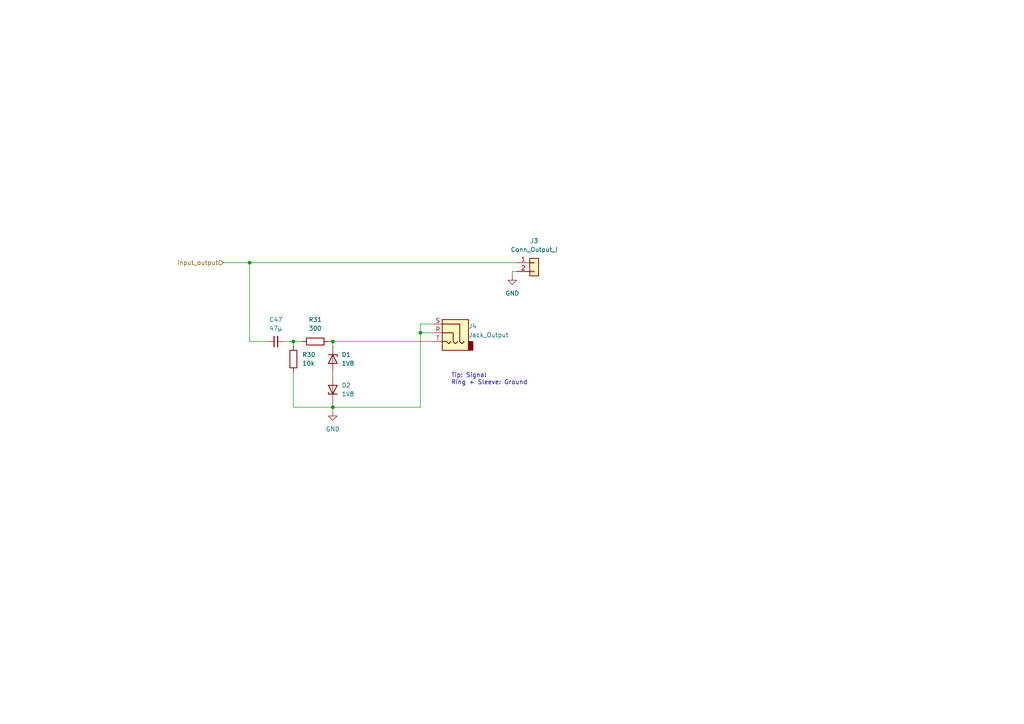
<source format=kicad_sch>
(kicad_sch (version 20230121) (generator eeschema)
  (paper "A4")
  (lib_symbols
    (symbol "Connector_Audio:AudioJack3"
      (property "Reference" "J" (at 0 8.89 0))
      (property "Value" "AudioJack3" (at 0 6.35 0))
      (symbol "AudioJack3_0_1"
        (rectangle (start -5.08 -5.08) (end -6.35 -2.54) (stroke (width 0.254)) (fill (type outline)))
        (polyline (pts (xy 0 -2.54) (xy 0.635 -3.175) (xy 1.27 -2.54) (xy 2.54 -2.54)) (stroke (width 0.254)))
        (polyline (pts (xy -1.905 -2.54) (xy -1.27 -3.175) (xy -0.635 -2.54) (xy -0.635 0) (xy 2.54 0)) (stroke (width 0.254)))
        (polyline (pts (xy 2.54 2.54) (xy -2.54 2.54) (xy -2.54 -2.54) (xy -3.175 -3.175) (xy -3.81 -2.54)) (stroke (width 0.254)))
        (rectangle (start 2.54 3.81) (end -5.08 -5.08) (stroke (width 0.254)) (fill (type background)))
      )
      (symbol "AudioJack3_1_1"
        (pin passive line (at 5.08 0 180) (length 2.54) (name "~") (number "R"))
        (pin passive line (at 5.08 2.54 180) (length 2.54) (name "~") (number "S"))
        (pin passive line (at 5.08 -2.54 180) (length 2.54) (name "~") (number "T"))
      )
    )
    (symbol "Connector_Generic:Conn_01x02" (pin_names (offset 1.016) hide)
      (property "Reference" "J" (at 0 2.54 0))
      (property "Value" "Conn_01x02" (at 0 -5.08 0))
      (symbol "Conn_01x02_1_1"
        (rectangle (start -1.27 -2.413) (end 0 -2.667) (stroke (width 0.1524)))
        (rectangle (start -1.27 0.127) (end 0 -0.127) (stroke (width 0.1524)))
        (rectangle (start -1.27 1.27) (end 1.27 -3.81) (stroke (width 0.254)) (fill (type background)))
        (pin passive line (at -5.08 0 0) (length 3.81) (name "Pin_1") (number "1"))
        (pin passive line (at -5.08 -2.54 0) (length 3.81) (name "Pin_2") (number "2"))
      )
    )
    (symbol "Device:C_Small" (pin_numbers hide) (pin_names (offset 0.254) hide)
      (property "Reference" "C" (at 0.254 1.778 0))
      (property "Value" "C_Small" (at 0.254 -2.032 0))
      (symbol "C_Small_0_1"
        (polyline (pts (xy -1.524 -0.508) (xy 1.524 -0.508)) (stroke (width 0.3302)))
        (polyline (pts (xy -1.524 0.508) (xy 1.524 0.508)) (stroke (width 0.3048)))
      )
      (symbol "C_Small_1_1"
        (pin passive line (at 0 2.54 270) (length 2.032) (name "~") (number "1"))
        (pin passive line (at 0 -2.54 90) (length 2.032) (name "~") (number "2"))
      )
    )
    (symbol "Device:D_Zener" (pin_numbers hide) (pin_names (offset 1.016) hide)
      (property "Reference" "D" (at 0 2.54 0))
      (property "Value" "D_Zener" (at 0 -2.54 0))
      (symbol "D_Zener_0_1"
        (polyline (pts (xy 1.27 0) (xy -1.27 0)))
        (polyline (pts (xy -1.27 -1.27) (xy -1.27 1.27) (xy -0.762 1.27)) (stroke (width 0.254)))
        (polyline (pts (xy 1.27 -1.27) (xy 1.27 1.27) (xy -1.27 0) (xy 1.27 -1.27)) (stroke (width 0.254)))
      )
      (symbol "D_Zener_1_1"
        (pin passive line (at -3.81 0 0) (length 2.54) (name "K") (number "1"))
        (pin passive line (at 3.81 0 180) (length 2.54) (name "A") (number "2"))
      )
    )
    (symbol "Device:R" (pin_numbers hide) (pin_names (offset 0))
      (property "Reference" "R" (at 2.032 0 90))
      (property "Value" "R" (at 0 0 90))
      (symbol "R_0_1"
        (rectangle (start -1.016 -2.54) (end 1.016 2.54) (stroke (width 0.254)))
      )
      (symbol "R_1_1"
        (pin passive line (at 0 3.81 270) (length 1.27) (name "~") (number "1"))
        (pin passive line (at 0 -3.81 90) (length 1.27) (name "~") (number "2"))
      )
    )
    (symbol "power:GND" (power) (pin_names (offset 0))
      (property "Value" "GND" (at 0 -3.81 0))
      (symbol "GND_0_1"
        (polyline (pts (xy 0 0) (xy 0 -1.27) (xy 1.27 -1.27) (xy 0 -2.54) (xy -1.27 -1.27) (xy 0 -1.27)))
      )
      (symbol "GND_1_1"
        (pin power_in line (at 0 0 270) (length 0) hide (name "GND") (number "1"))
      )
    )
  )
  (junction (at 121.92 96.52))
  (junction (at 72.39 76.2))
  (junction (at 96.52 118.11))
  (junction (at 85.09 99.06))
  (junction (at 96.52 99.06))
  (wire (pts (xy 149.86 78.74) (xy 148.59 78.74)))
  (wire (pts (xy 125.73 93.98) (xy 121.92 93.98)))
  (wire (pts (xy 64.77 76.2) (xy 72.39 76.2)))
  (wire (pts (xy 72.39 76.2) (xy 72.39 99.06)))
  (wire (pts (xy 96.52 118.11) (xy 96.52 119.38)))
  (wire (pts (xy 96.52 116.84) (xy 96.52 118.11)))
  (wire (pts (xy 95.25 99.06) (xy 96.52 99.06)))
  (wire (pts (xy 82.55 99.06) (xy 85.09 99.06)))
  (wire (pts (xy 72.39 76.2) (xy 149.86 76.2)))
  (wire (pts (xy 77.47 99.06) (xy 72.39 99.06)))
  (wire (pts (xy 96.52 99.06) (xy 96.52 100.33)))
  (wire (pts (xy 85.09 99.06) (xy 85.09 100.33)))
  (wire (pts (xy 96.52 99.06) (xy 125.73 99.06)))
  (wire (pts (xy 121.92 96.52) (xy 121.92 118.11)))
  (wire (pts (xy 121.92 96.52) (xy 125.73 96.52)))
  (wire (pts (xy 96.52 118.11) (xy 121.92 118.11)))
  (wire (pts (xy 85.09 99.06) (xy 87.63 99.06)))
  (wire (pts (xy 85.09 107.95) (xy 85.09 118.11)))
  (wire (pts (xy 96.52 107.95) (xy 96.52 109.22)))
  (wire (pts (xy 85.09 118.11) (xy 96.52 118.11)))
  (wire (pts (xy 148.59 80.01) (xy 148.59 78.74)))
  (wire (pts (xy 121.92 93.98) (xy 121.92 96.52)))
  (text "Tip: Signal\nRing + Sleeve: Ground" (at 130.81 111.76 0) (effects (font (size 1.27 1.27)) (justify left bottom)))
  (hierarchical_label "input_output" (shape input) (at 64.77 76.2 180))
  (symbol (lib_id "Device:C_Small") (at 80.01 99.06 90) (unit 1)
    (property "Reference" "C47" (at 80.0163 92.71 90))
    (property "Value" "47µ" (at 80.0163 95.25 90))
    (property "Footprint" "Capacitor_SMD:C_1206_3216Metric_Pad1.33x1.80mm_HandSolder" (effects hide))
    (property "Manufacture #" "C3216X5R1E476M160AC" (effects hide))
    (instances (project "Radar_Amp_v2" (path "" (reference "C47") (unit 1))) (project "0_Output" (path "" (reference "C29") (unit 1))))
  )
  (symbol (lib_id "Device:R") (at 91.44 99.06 90) (unit 1)
    (property "Reference" "R31" (at 91.44 92.71 90))
    (property "Value" "300" (at 91.44 95.25 90))
    (property "Footprint" "Resistor_SMD:R_1206_3216Metric_Pad1.30x1.75mm_HandSolder" (effects hide))
    (property "Manufacture #" "CR1206-FX-3000ELF" (effects hide))
    (instances (project "Radar_Amp_v2" (path "" (reference "R31") (unit 1))) (project "0_Output" (path "" (reference "R34") (unit 1))))
  )
  (symbol (lib_id "Device:D_Zener") (at 96.52 104.14 270) (unit 1)
    (property "Reference" "D1" (at 99.06 102.8699 90) (effects (justify left)))
    (property "Value" "1V8" (at 99.06 105.4099 90) (effects (justify left)))
    (property "Footprint" "Diode_SMD:D_SOD-123" (effects hide))
    (property "Manufacture #" "MMSZ4678-TP" (effects hide))
  )
  (symbol (lib_id "Connector_Generic:Conn_01x02") (at 154.94 76.2 0) (unit 1)
    (property "Reference" "J3" (at 154.94 69.85 0))
    (property "Value" "Conn_Output_I" (at 154.94 72.39 0))
    (property "Footprint" "Connector_PinSocket_2.54mm:PinSocket_1x02_P2.54mm_Vertical" (effects hide))
  )
  (symbol (lib_id "Device:R") (at 85.09 104.14 180) (unit 1)
    (property "Reference" "R30" (at 87.63 102.8699 0) (effects (justify right)))
    (property "Value" "10k" (at 87.63 105.4099 0) (effects (justify right)))
    (property "Footprint" "Resistor_SMD:R_1206_3216Metric_Pad1.30x1.75mm_HandSolder" (effects hide))
    (property "Manufacture #" "CR1206-FX-1002ELF" (effects hide))
    (instances (project "Radar_Amp_v2" (path "" (reference "R30") (unit 1))) (project "0_Output" (path "" (reference "R29") (unit 1))))
  )
  (symbol (lib_id "power:GND") (at 148.59 80.01 0) (mirror y) (unit 1)
    (property "Reference" "#PWR033" (effects hide))
    (property "Value" "GND" (at 148.59 85.09 0))
    (instances (project "Radar_Amp_v2" (path "" (reference "#PWR033") (unit 1))) (project "0_Output" (path "" (reference "#PWR0125") (unit 1))))
  )
  (symbol (lib_id "Device:D_Zener") (at 96.52 113.03 90) (unit 1)
    (property "Reference" "D2" (at 99.06 111.7599 90) (effects (justify right)))
    (property "Value" "1V8" (at 99.06 114.2999 90) (effects (justify right)))
    (property "Footprint" "Diode_SMD:D_SOD-123" (effects hide))
    (property "Manufacture #" "MMSZ4678-TP" (effects hide))
  )
  (symbol (lib_id "Connector_Audio:AudioJack3") (at 130.81 96.52 0) (mirror y) (unit 1)
    (property "Reference" "J4" (at 135.89 94.615 0) (effects (justify right)))
    (property "Value" "Jack_Output" (at 135.89 97.155 0) (effects (justify right)))
    (property "Footprint" "Connector_Audio:Jack_3.5mm_CUI_SJ-3523-SMT_Horizontal" (effects hide))
    (property "Manufacture #" "SJ-3523-SMT-TR " (effects hide))
  )
  (symbol (lib_id "power:GND") (at 96.52 119.38 0) (unit 1)
    (property "Reference" "#PWR032" (effects hide))
    (property "Value" "GND" (at 96.52 124.46 0))
    (instances (project "Radar_Amp_v2" (path "" (reference "#PWR032") (unit 1))) (project "0_Output" (path "" (reference "#PWR0126") (unit 1))))
  )
)
</source>
